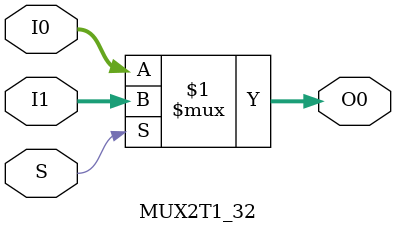
<source format=v>
`timescale 1ns / 1ps


module MUX2T1_32(
    input [31:0] I0,
    input [31:0] I1,
    input S,
    output [31:0] O0
    );
    assign O0 = S ? I1:I0;
endmodule

</source>
